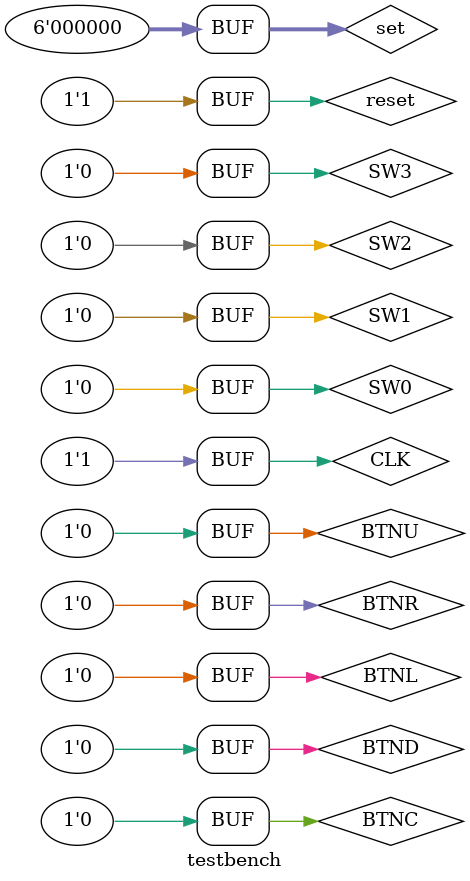
<source format=v>
`timescale 1ns / 1ps
/*
CLK
reset
set
BTNU
BTND
BTNL
BTNR
BTNC
SW0
SW1
SW2
SW3
*/

module testbench();
            reg CLK;
            reg reset;
            reg [5:0]set;
            reg BTNU; 
            reg BTND; 
            reg BTNL; 
            reg BTNR; 
            reg BTNC;
            reg SW0; 
            reg SW1; 
            reg SW2; 
            reg SW3;
            wire [11:0]display_out;
digital_clk testdc(
            .CLK(CLK), 
            .reset(reset), 
            .set(set),
            .BTNU(BTNU), 
            .BTND(BTND), 
            .BTNL(BTNL), 
            .BTNR(BTNR), 
            .BTNC(BTNC),
            .SW0(SW0), 
            .SW1(SW1), 
            .SW2(SW2), 
            .SW3(SW3),
            .display_out(display_out));


initial begin
	CLK  <= 0;
	reset<= 0;
	set  <= 0;
	BTNU <= 0;
	BTND <= 0;
	BTNL <= 0;
	BTNR <= 0;
	BTNC <= 0;
	SW0  <= 0;
	SW1  <= 0;
	SW2  <= 0;
	SW3  <= 0;
	#5;
	reset<= 1;
end
	
always begin
	CLK = 1'b0;
	#5;
	CLK=1'b1;
	#5;
end

always@(posedge CLK, negedge reset)begin
    
end

endmodule

</source>
